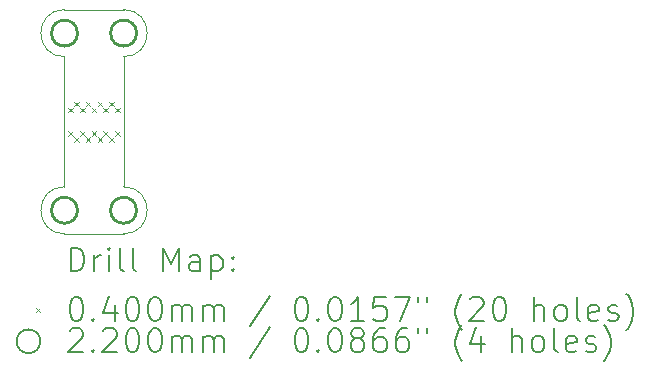
<source format=gbr>
%FSLAX45Y45*%
G04 Gerber Fmt 4.5, Leading zero omitted, Abs format (unit mm)*
G04 Created by KiCad (PCBNEW 6.0.1-79c1e3a40b~116~ubuntu20.04.1) date 2022-01-29 11:44:31*
%MOMM*%
%LPD*%
G01*
G04 APERTURE LIST*
%TA.AperFunction,Profile*%
%ADD10C,0.100000*%
%TD*%
%ADD11C,0.200000*%
%ADD12C,0.040000*%
%ADD13C,0.220000*%
G04 APERTURE END LIST*
D10*
X14500000Y-7300000D02*
X15000000Y-7300000D01*
X14500000Y-7950000D02*
X14500000Y-8550000D01*
X14500000Y-9200000D02*
X15000000Y-9200000D01*
X15000000Y-7700000D02*
X15000000Y-8800000D01*
X14500000Y-8550000D02*
X14500000Y-8800000D01*
X15000000Y-9200000D02*
G75*
G03*
X15000000Y-8800000I0J200000D01*
G01*
X14500000Y-7300000D02*
G75*
G03*
X14500000Y-7700000I0J-200000D01*
G01*
X14500000Y-7700000D02*
X14500000Y-7950000D01*
X15000000Y-7700000D02*
G75*
G03*
X15000000Y-7300000I0J200000D01*
G01*
X14500000Y-8800000D02*
G75*
G03*
X14500000Y-9200000I0J-200000D01*
G01*
D11*
D12*
X14530000Y-8130000D02*
X14570000Y-8170000D01*
X14570000Y-8130000D02*
X14530000Y-8170000D01*
X14530000Y-8330000D02*
X14570000Y-8370000D01*
X14570000Y-8330000D02*
X14530000Y-8370000D01*
X14580000Y-8080000D02*
X14620000Y-8120000D01*
X14620000Y-8080000D02*
X14580000Y-8120000D01*
X14580000Y-8380000D02*
X14620000Y-8420000D01*
X14620000Y-8380000D02*
X14580000Y-8420000D01*
X14630000Y-8130000D02*
X14670000Y-8170000D01*
X14670000Y-8130000D02*
X14630000Y-8170000D01*
X14630000Y-8330000D02*
X14670000Y-8370000D01*
X14670000Y-8330000D02*
X14630000Y-8370000D01*
X14680000Y-8080000D02*
X14720000Y-8120000D01*
X14720000Y-8080000D02*
X14680000Y-8120000D01*
X14680000Y-8380000D02*
X14720000Y-8420000D01*
X14720000Y-8380000D02*
X14680000Y-8420000D01*
X14730000Y-8130000D02*
X14770000Y-8170000D01*
X14770000Y-8130000D02*
X14730000Y-8170000D01*
X14730000Y-8130000D02*
X14770000Y-8170000D01*
X14770000Y-8130000D02*
X14730000Y-8170000D01*
X14730000Y-8330000D02*
X14770000Y-8370000D01*
X14770000Y-8330000D02*
X14730000Y-8370000D01*
X14730000Y-8330000D02*
X14770000Y-8370000D01*
X14770000Y-8330000D02*
X14730000Y-8370000D01*
X14780000Y-8080000D02*
X14820000Y-8120000D01*
X14820000Y-8080000D02*
X14780000Y-8120000D01*
X14780000Y-8380000D02*
X14820000Y-8420000D01*
X14820000Y-8380000D02*
X14780000Y-8420000D01*
X14830000Y-8130000D02*
X14870000Y-8170000D01*
X14870000Y-8130000D02*
X14830000Y-8170000D01*
X14830000Y-8330000D02*
X14870000Y-8370000D01*
X14870000Y-8330000D02*
X14830000Y-8370000D01*
X14880000Y-8080000D02*
X14920000Y-8120000D01*
X14920000Y-8080000D02*
X14880000Y-8120000D01*
X14880000Y-8380000D02*
X14920000Y-8420000D01*
X14920000Y-8380000D02*
X14880000Y-8420000D01*
X14930000Y-8130000D02*
X14970000Y-8170000D01*
X14970000Y-8130000D02*
X14930000Y-8170000D01*
X14930000Y-8330000D02*
X14970000Y-8370000D01*
X14970000Y-8330000D02*
X14930000Y-8370000D01*
D13*
X14610000Y-7500000D02*
G75*
G03*
X14610000Y-7500000I-110000J0D01*
G01*
X14610000Y-9000000D02*
G75*
G03*
X14610000Y-9000000I-110000J0D01*
G01*
X15110000Y-7500000D02*
G75*
G03*
X15110000Y-7500000I-110000J0D01*
G01*
X15110000Y-9000000D02*
G75*
G03*
X15110000Y-9000000I-110000J0D01*
G01*
D11*
X14552619Y-9515476D02*
X14552619Y-9315476D01*
X14600238Y-9315476D01*
X14628809Y-9325000D01*
X14647857Y-9344048D01*
X14657381Y-9363095D01*
X14666905Y-9401190D01*
X14666905Y-9429762D01*
X14657381Y-9467857D01*
X14647857Y-9486905D01*
X14628809Y-9505952D01*
X14600238Y-9515476D01*
X14552619Y-9515476D01*
X14752619Y-9515476D02*
X14752619Y-9382143D01*
X14752619Y-9420238D02*
X14762143Y-9401190D01*
X14771667Y-9391667D01*
X14790714Y-9382143D01*
X14809762Y-9382143D01*
X14876428Y-9515476D02*
X14876428Y-9382143D01*
X14876428Y-9315476D02*
X14866905Y-9325000D01*
X14876428Y-9334524D01*
X14885952Y-9325000D01*
X14876428Y-9315476D01*
X14876428Y-9334524D01*
X15000238Y-9515476D02*
X14981190Y-9505952D01*
X14971667Y-9486905D01*
X14971667Y-9315476D01*
X15105000Y-9515476D02*
X15085952Y-9505952D01*
X15076428Y-9486905D01*
X15076428Y-9315476D01*
X15333571Y-9515476D02*
X15333571Y-9315476D01*
X15400238Y-9458333D01*
X15466905Y-9315476D01*
X15466905Y-9515476D01*
X15647857Y-9515476D02*
X15647857Y-9410714D01*
X15638333Y-9391667D01*
X15619286Y-9382143D01*
X15581190Y-9382143D01*
X15562143Y-9391667D01*
X15647857Y-9505952D02*
X15628809Y-9515476D01*
X15581190Y-9515476D01*
X15562143Y-9505952D01*
X15552619Y-9486905D01*
X15552619Y-9467857D01*
X15562143Y-9448810D01*
X15581190Y-9439286D01*
X15628809Y-9439286D01*
X15647857Y-9429762D01*
X15743095Y-9382143D02*
X15743095Y-9582143D01*
X15743095Y-9391667D02*
X15762143Y-9382143D01*
X15800238Y-9382143D01*
X15819286Y-9391667D01*
X15828809Y-9401190D01*
X15838333Y-9420238D01*
X15838333Y-9477381D01*
X15828809Y-9496429D01*
X15819286Y-9505952D01*
X15800238Y-9515476D01*
X15762143Y-9515476D01*
X15743095Y-9505952D01*
X15924048Y-9496429D02*
X15933571Y-9505952D01*
X15924048Y-9515476D01*
X15914524Y-9505952D01*
X15924048Y-9496429D01*
X15924048Y-9515476D01*
X15924048Y-9391667D02*
X15933571Y-9401190D01*
X15924048Y-9410714D01*
X15914524Y-9401190D01*
X15924048Y-9391667D01*
X15924048Y-9410714D01*
D12*
X14255000Y-9825000D02*
X14295000Y-9865000D01*
X14295000Y-9825000D02*
X14255000Y-9865000D01*
D11*
X14590714Y-9735476D02*
X14609762Y-9735476D01*
X14628809Y-9745000D01*
X14638333Y-9754524D01*
X14647857Y-9773571D01*
X14657381Y-9811667D01*
X14657381Y-9859286D01*
X14647857Y-9897381D01*
X14638333Y-9916429D01*
X14628809Y-9925952D01*
X14609762Y-9935476D01*
X14590714Y-9935476D01*
X14571667Y-9925952D01*
X14562143Y-9916429D01*
X14552619Y-9897381D01*
X14543095Y-9859286D01*
X14543095Y-9811667D01*
X14552619Y-9773571D01*
X14562143Y-9754524D01*
X14571667Y-9745000D01*
X14590714Y-9735476D01*
X14743095Y-9916429D02*
X14752619Y-9925952D01*
X14743095Y-9935476D01*
X14733571Y-9925952D01*
X14743095Y-9916429D01*
X14743095Y-9935476D01*
X14924048Y-9802143D02*
X14924048Y-9935476D01*
X14876428Y-9725952D02*
X14828809Y-9868810D01*
X14952619Y-9868810D01*
X15066905Y-9735476D02*
X15085952Y-9735476D01*
X15105000Y-9745000D01*
X15114524Y-9754524D01*
X15124048Y-9773571D01*
X15133571Y-9811667D01*
X15133571Y-9859286D01*
X15124048Y-9897381D01*
X15114524Y-9916429D01*
X15105000Y-9925952D01*
X15085952Y-9935476D01*
X15066905Y-9935476D01*
X15047857Y-9925952D01*
X15038333Y-9916429D01*
X15028809Y-9897381D01*
X15019286Y-9859286D01*
X15019286Y-9811667D01*
X15028809Y-9773571D01*
X15038333Y-9754524D01*
X15047857Y-9745000D01*
X15066905Y-9735476D01*
X15257381Y-9735476D02*
X15276428Y-9735476D01*
X15295476Y-9745000D01*
X15305000Y-9754524D01*
X15314524Y-9773571D01*
X15324048Y-9811667D01*
X15324048Y-9859286D01*
X15314524Y-9897381D01*
X15305000Y-9916429D01*
X15295476Y-9925952D01*
X15276428Y-9935476D01*
X15257381Y-9935476D01*
X15238333Y-9925952D01*
X15228809Y-9916429D01*
X15219286Y-9897381D01*
X15209762Y-9859286D01*
X15209762Y-9811667D01*
X15219286Y-9773571D01*
X15228809Y-9754524D01*
X15238333Y-9745000D01*
X15257381Y-9735476D01*
X15409762Y-9935476D02*
X15409762Y-9802143D01*
X15409762Y-9821190D02*
X15419286Y-9811667D01*
X15438333Y-9802143D01*
X15466905Y-9802143D01*
X15485952Y-9811667D01*
X15495476Y-9830714D01*
X15495476Y-9935476D01*
X15495476Y-9830714D02*
X15505000Y-9811667D01*
X15524048Y-9802143D01*
X15552619Y-9802143D01*
X15571667Y-9811667D01*
X15581190Y-9830714D01*
X15581190Y-9935476D01*
X15676428Y-9935476D02*
X15676428Y-9802143D01*
X15676428Y-9821190D02*
X15685952Y-9811667D01*
X15705000Y-9802143D01*
X15733571Y-9802143D01*
X15752619Y-9811667D01*
X15762143Y-9830714D01*
X15762143Y-9935476D01*
X15762143Y-9830714D02*
X15771667Y-9811667D01*
X15790714Y-9802143D01*
X15819286Y-9802143D01*
X15838333Y-9811667D01*
X15847857Y-9830714D01*
X15847857Y-9935476D01*
X16238333Y-9725952D02*
X16066905Y-9983095D01*
X16495476Y-9735476D02*
X16514524Y-9735476D01*
X16533571Y-9745000D01*
X16543095Y-9754524D01*
X16552619Y-9773571D01*
X16562143Y-9811667D01*
X16562143Y-9859286D01*
X16552619Y-9897381D01*
X16543095Y-9916429D01*
X16533571Y-9925952D01*
X16514524Y-9935476D01*
X16495476Y-9935476D01*
X16476428Y-9925952D01*
X16466905Y-9916429D01*
X16457381Y-9897381D01*
X16447857Y-9859286D01*
X16447857Y-9811667D01*
X16457381Y-9773571D01*
X16466905Y-9754524D01*
X16476428Y-9745000D01*
X16495476Y-9735476D01*
X16647857Y-9916429D02*
X16657381Y-9925952D01*
X16647857Y-9935476D01*
X16638333Y-9925952D01*
X16647857Y-9916429D01*
X16647857Y-9935476D01*
X16781190Y-9735476D02*
X16800238Y-9735476D01*
X16819286Y-9745000D01*
X16828810Y-9754524D01*
X16838333Y-9773571D01*
X16847857Y-9811667D01*
X16847857Y-9859286D01*
X16838333Y-9897381D01*
X16828810Y-9916429D01*
X16819286Y-9925952D01*
X16800238Y-9935476D01*
X16781190Y-9935476D01*
X16762143Y-9925952D01*
X16752619Y-9916429D01*
X16743095Y-9897381D01*
X16733571Y-9859286D01*
X16733571Y-9811667D01*
X16743095Y-9773571D01*
X16752619Y-9754524D01*
X16762143Y-9745000D01*
X16781190Y-9735476D01*
X17038333Y-9935476D02*
X16924048Y-9935476D01*
X16981190Y-9935476D02*
X16981190Y-9735476D01*
X16962143Y-9764048D01*
X16943095Y-9783095D01*
X16924048Y-9792619D01*
X17219286Y-9735476D02*
X17124048Y-9735476D01*
X17114524Y-9830714D01*
X17124048Y-9821190D01*
X17143095Y-9811667D01*
X17190714Y-9811667D01*
X17209762Y-9821190D01*
X17219286Y-9830714D01*
X17228810Y-9849762D01*
X17228810Y-9897381D01*
X17219286Y-9916429D01*
X17209762Y-9925952D01*
X17190714Y-9935476D01*
X17143095Y-9935476D01*
X17124048Y-9925952D01*
X17114524Y-9916429D01*
X17295476Y-9735476D02*
X17428810Y-9735476D01*
X17343095Y-9935476D01*
X17495476Y-9735476D02*
X17495476Y-9773571D01*
X17571667Y-9735476D02*
X17571667Y-9773571D01*
X17866905Y-10011667D02*
X17857381Y-10002143D01*
X17838333Y-9973571D01*
X17828810Y-9954524D01*
X17819286Y-9925952D01*
X17809762Y-9878333D01*
X17809762Y-9840238D01*
X17819286Y-9792619D01*
X17828810Y-9764048D01*
X17838333Y-9745000D01*
X17857381Y-9716429D01*
X17866905Y-9706905D01*
X17933571Y-9754524D02*
X17943095Y-9745000D01*
X17962143Y-9735476D01*
X18009762Y-9735476D01*
X18028810Y-9745000D01*
X18038333Y-9754524D01*
X18047857Y-9773571D01*
X18047857Y-9792619D01*
X18038333Y-9821190D01*
X17924048Y-9935476D01*
X18047857Y-9935476D01*
X18171667Y-9735476D02*
X18190714Y-9735476D01*
X18209762Y-9745000D01*
X18219286Y-9754524D01*
X18228810Y-9773571D01*
X18238333Y-9811667D01*
X18238333Y-9859286D01*
X18228810Y-9897381D01*
X18219286Y-9916429D01*
X18209762Y-9925952D01*
X18190714Y-9935476D01*
X18171667Y-9935476D01*
X18152619Y-9925952D01*
X18143095Y-9916429D01*
X18133571Y-9897381D01*
X18124048Y-9859286D01*
X18124048Y-9811667D01*
X18133571Y-9773571D01*
X18143095Y-9754524D01*
X18152619Y-9745000D01*
X18171667Y-9735476D01*
X18476429Y-9935476D02*
X18476429Y-9735476D01*
X18562143Y-9935476D02*
X18562143Y-9830714D01*
X18552619Y-9811667D01*
X18533571Y-9802143D01*
X18505000Y-9802143D01*
X18485952Y-9811667D01*
X18476429Y-9821190D01*
X18685952Y-9935476D02*
X18666905Y-9925952D01*
X18657381Y-9916429D01*
X18647857Y-9897381D01*
X18647857Y-9840238D01*
X18657381Y-9821190D01*
X18666905Y-9811667D01*
X18685952Y-9802143D01*
X18714524Y-9802143D01*
X18733571Y-9811667D01*
X18743095Y-9821190D01*
X18752619Y-9840238D01*
X18752619Y-9897381D01*
X18743095Y-9916429D01*
X18733571Y-9925952D01*
X18714524Y-9935476D01*
X18685952Y-9935476D01*
X18866905Y-9935476D02*
X18847857Y-9925952D01*
X18838333Y-9906905D01*
X18838333Y-9735476D01*
X19019286Y-9925952D02*
X19000238Y-9935476D01*
X18962143Y-9935476D01*
X18943095Y-9925952D01*
X18933571Y-9906905D01*
X18933571Y-9830714D01*
X18943095Y-9811667D01*
X18962143Y-9802143D01*
X19000238Y-9802143D01*
X19019286Y-9811667D01*
X19028810Y-9830714D01*
X19028810Y-9849762D01*
X18933571Y-9868810D01*
X19105000Y-9925952D02*
X19124048Y-9935476D01*
X19162143Y-9935476D01*
X19181190Y-9925952D01*
X19190714Y-9906905D01*
X19190714Y-9897381D01*
X19181190Y-9878333D01*
X19162143Y-9868810D01*
X19133571Y-9868810D01*
X19114524Y-9859286D01*
X19105000Y-9840238D01*
X19105000Y-9830714D01*
X19114524Y-9811667D01*
X19133571Y-9802143D01*
X19162143Y-9802143D01*
X19181190Y-9811667D01*
X19257381Y-10011667D02*
X19266905Y-10002143D01*
X19285952Y-9973571D01*
X19295476Y-9954524D01*
X19305000Y-9925952D01*
X19314524Y-9878333D01*
X19314524Y-9840238D01*
X19305000Y-9792619D01*
X19295476Y-9764048D01*
X19285952Y-9745000D01*
X19266905Y-9716429D01*
X19257381Y-9706905D01*
X14295000Y-10109000D02*
G75*
G03*
X14295000Y-10109000I-100000J0D01*
G01*
X14543095Y-10018524D02*
X14552619Y-10009000D01*
X14571667Y-9999476D01*
X14619286Y-9999476D01*
X14638333Y-10009000D01*
X14647857Y-10018524D01*
X14657381Y-10037571D01*
X14657381Y-10056619D01*
X14647857Y-10085190D01*
X14533571Y-10199476D01*
X14657381Y-10199476D01*
X14743095Y-10180429D02*
X14752619Y-10189952D01*
X14743095Y-10199476D01*
X14733571Y-10189952D01*
X14743095Y-10180429D01*
X14743095Y-10199476D01*
X14828809Y-10018524D02*
X14838333Y-10009000D01*
X14857381Y-9999476D01*
X14905000Y-9999476D01*
X14924048Y-10009000D01*
X14933571Y-10018524D01*
X14943095Y-10037571D01*
X14943095Y-10056619D01*
X14933571Y-10085190D01*
X14819286Y-10199476D01*
X14943095Y-10199476D01*
X15066905Y-9999476D02*
X15085952Y-9999476D01*
X15105000Y-10009000D01*
X15114524Y-10018524D01*
X15124048Y-10037571D01*
X15133571Y-10075667D01*
X15133571Y-10123286D01*
X15124048Y-10161381D01*
X15114524Y-10180429D01*
X15105000Y-10189952D01*
X15085952Y-10199476D01*
X15066905Y-10199476D01*
X15047857Y-10189952D01*
X15038333Y-10180429D01*
X15028809Y-10161381D01*
X15019286Y-10123286D01*
X15019286Y-10075667D01*
X15028809Y-10037571D01*
X15038333Y-10018524D01*
X15047857Y-10009000D01*
X15066905Y-9999476D01*
X15257381Y-9999476D02*
X15276428Y-9999476D01*
X15295476Y-10009000D01*
X15305000Y-10018524D01*
X15314524Y-10037571D01*
X15324048Y-10075667D01*
X15324048Y-10123286D01*
X15314524Y-10161381D01*
X15305000Y-10180429D01*
X15295476Y-10189952D01*
X15276428Y-10199476D01*
X15257381Y-10199476D01*
X15238333Y-10189952D01*
X15228809Y-10180429D01*
X15219286Y-10161381D01*
X15209762Y-10123286D01*
X15209762Y-10075667D01*
X15219286Y-10037571D01*
X15228809Y-10018524D01*
X15238333Y-10009000D01*
X15257381Y-9999476D01*
X15409762Y-10199476D02*
X15409762Y-10066143D01*
X15409762Y-10085190D02*
X15419286Y-10075667D01*
X15438333Y-10066143D01*
X15466905Y-10066143D01*
X15485952Y-10075667D01*
X15495476Y-10094714D01*
X15495476Y-10199476D01*
X15495476Y-10094714D02*
X15505000Y-10075667D01*
X15524048Y-10066143D01*
X15552619Y-10066143D01*
X15571667Y-10075667D01*
X15581190Y-10094714D01*
X15581190Y-10199476D01*
X15676428Y-10199476D02*
X15676428Y-10066143D01*
X15676428Y-10085190D02*
X15685952Y-10075667D01*
X15705000Y-10066143D01*
X15733571Y-10066143D01*
X15752619Y-10075667D01*
X15762143Y-10094714D01*
X15762143Y-10199476D01*
X15762143Y-10094714D02*
X15771667Y-10075667D01*
X15790714Y-10066143D01*
X15819286Y-10066143D01*
X15838333Y-10075667D01*
X15847857Y-10094714D01*
X15847857Y-10199476D01*
X16238333Y-9989952D02*
X16066905Y-10247095D01*
X16495476Y-9999476D02*
X16514524Y-9999476D01*
X16533571Y-10009000D01*
X16543095Y-10018524D01*
X16552619Y-10037571D01*
X16562143Y-10075667D01*
X16562143Y-10123286D01*
X16552619Y-10161381D01*
X16543095Y-10180429D01*
X16533571Y-10189952D01*
X16514524Y-10199476D01*
X16495476Y-10199476D01*
X16476428Y-10189952D01*
X16466905Y-10180429D01*
X16457381Y-10161381D01*
X16447857Y-10123286D01*
X16447857Y-10075667D01*
X16457381Y-10037571D01*
X16466905Y-10018524D01*
X16476428Y-10009000D01*
X16495476Y-9999476D01*
X16647857Y-10180429D02*
X16657381Y-10189952D01*
X16647857Y-10199476D01*
X16638333Y-10189952D01*
X16647857Y-10180429D01*
X16647857Y-10199476D01*
X16781190Y-9999476D02*
X16800238Y-9999476D01*
X16819286Y-10009000D01*
X16828810Y-10018524D01*
X16838333Y-10037571D01*
X16847857Y-10075667D01*
X16847857Y-10123286D01*
X16838333Y-10161381D01*
X16828810Y-10180429D01*
X16819286Y-10189952D01*
X16800238Y-10199476D01*
X16781190Y-10199476D01*
X16762143Y-10189952D01*
X16752619Y-10180429D01*
X16743095Y-10161381D01*
X16733571Y-10123286D01*
X16733571Y-10075667D01*
X16743095Y-10037571D01*
X16752619Y-10018524D01*
X16762143Y-10009000D01*
X16781190Y-9999476D01*
X16962143Y-10085190D02*
X16943095Y-10075667D01*
X16933571Y-10066143D01*
X16924048Y-10047095D01*
X16924048Y-10037571D01*
X16933571Y-10018524D01*
X16943095Y-10009000D01*
X16962143Y-9999476D01*
X17000238Y-9999476D01*
X17019286Y-10009000D01*
X17028810Y-10018524D01*
X17038333Y-10037571D01*
X17038333Y-10047095D01*
X17028810Y-10066143D01*
X17019286Y-10075667D01*
X17000238Y-10085190D01*
X16962143Y-10085190D01*
X16943095Y-10094714D01*
X16933571Y-10104238D01*
X16924048Y-10123286D01*
X16924048Y-10161381D01*
X16933571Y-10180429D01*
X16943095Y-10189952D01*
X16962143Y-10199476D01*
X17000238Y-10199476D01*
X17019286Y-10189952D01*
X17028810Y-10180429D01*
X17038333Y-10161381D01*
X17038333Y-10123286D01*
X17028810Y-10104238D01*
X17019286Y-10094714D01*
X17000238Y-10085190D01*
X17209762Y-9999476D02*
X17171667Y-9999476D01*
X17152619Y-10009000D01*
X17143095Y-10018524D01*
X17124048Y-10047095D01*
X17114524Y-10085190D01*
X17114524Y-10161381D01*
X17124048Y-10180429D01*
X17133571Y-10189952D01*
X17152619Y-10199476D01*
X17190714Y-10199476D01*
X17209762Y-10189952D01*
X17219286Y-10180429D01*
X17228810Y-10161381D01*
X17228810Y-10113762D01*
X17219286Y-10094714D01*
X17209762Y-10085190D01*
X17190714Y-10075667D01*
X17152619Y-10075667D01*
X17133571Y-10085190D01*
X17124048Y-10094714D01*
X17114524Y-10113762D01*
X17400238Y-9999476D02*
X17362143Y-9999476D01*
X17343095Y-10009000D01*
X17333571Y-10018524D01*
X17314524Y-10047095D01*
X17305000Y-10085190D01*
X17305000Y-10161381D01*
X17314524Y-10180429D01*
X17324048Y-10189952D01*
X17343095Y-10199476D01*
X17381190Y-10199476D01*
X17400238Y-10189952D01*
X17409762Y-10180429D01*
X17419286Y-10161381D01*
X17419286Y-10113762D01*
X17409762Y-10094714D01*
X17400238Y-10085190D01*
X17381190Y-10075667D01*
X17343095Y-10075667D01*
X17324048Y-10085190D01*
X17314524Y-10094714D01*
X17305000Y-10113762D01*
X17495476Y-9999476D02*
X17495476Y-10037571D01*
X17571667Y-9999476D02*
X17571667Y-10037571D01*
X17866905Y-10275667D02*
X17857381Y-10266143D01*
X17838333Y-10237571D01*
X17828810Y-10218524D01*
X17819286Y-10189952D01*
X17809762Y-10142333D01*
X17809762Y-10104238D01*
X17819286Y-10056619D01*
X17828810Y-10028048D01*
X17838333Y-10009000D01*
X17857381Y-9980429D01*
X17866905Y-9970905D01*
X18028810Y-10066143D02*
X18028810Y-10199476D01*
X17981190Y-9989952D02*
X17933571Y-10132810D01*
X18057381Y-10132810D01*
X18285952Y-10199476D02*
X18285952Y-9999476D01*
X18371667Y-10199476D02*
X18371667Y-10094714D01*
X18362143Y-10075667D01*
X18343095Y-10066143D01*
X18314524Y-10066143D01*
X18295476Y-10075667D01*
X18285952Y-10085190D01*
X18495476Y-10199476D02*
X18476429Y-10189952D01*
X18466905Y-10180429D01*
X18457381Y-10161381D01*
X18457381Y-10104238D01*
X18466905Y-10085190D01*
X18476429Y-10075667D01*
X18495476Y-10066143D01*
X18524048Y-10066143D01*
X18543095Y-10075667D01*
X18552619Y-10085190D01*
X18562143Y-10104238D01*
X18562143Y-10161381D01*
X18552619Y-10180429D01*
X18543095Y-10189952D01*
X18524048Y-10199476D01*
X18495476Y-10199476D01*
X18676429Y-10199476D02*
X18657381Y-10189952D01*
X18647857Y-10170905D01*
X18647857Y-9999476D01*
X18828810Y-10189952D02*
X18809762Y-10199476D01*
X18771667Y-10199476D01*
X18752619Y-10189952D01*
X18743095Y-10170905D01*
X18743095Y-10094714D01*
X18752619Y-10075667D01*
X18771667Y-10066143D01*
X18809762Y-10066143D01*
X18828810Y-10075667D01*
X18838333Y-10094714D01*
X18838333Y-10113762D01*
X18743095Y-10132810D01*
X18914524Y-10189952D02*
X18933571Y-10199476D01*
X18971667Y-10199476D01*
X18990714Y-10189952D01*
X19000238Y-10170905D01*
X19000238Y-10161381D01*
X18990714Y-10142333D01*
X18971667Y-10132810D01*
X18943095Y-10132810D01*
X18924048Y-10123286D01*
X18914524Y-10104238D01*
X18914524Y-10094714D01*
X18924048Y-10075667D01*
X18943095Y-10066143D01*
X18971667Y-10066143D01*
X18990714Y-10075667D01*
X19066905Y-10275667D02*
X19076429Y-10266143D01*
X19095476Y-10237571D01*
X19105000Y-10218524D01*
X19114524Y-10189952D01*
X19124048Y-10142333D01*
X19124048Y-10104238D01*
X19114524Y-10056619D01*
X19105000Y-10028048D01*
X19095476Y-10009000D01*
X19076429Y-9980429D01*
X19066905Y-9970905D01*
M02*

</source>
